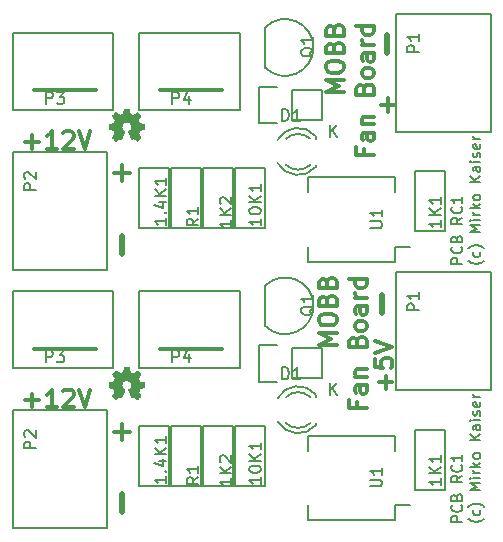
<source format=gbr>
G04 #@! TF.FileFunction,Legend,Top*
%FSLAX46Y46*%
G04 Gerber Fmt 4.6, Leading zero omitted, Abs format (unit mm)*
G04 Created by KiCad (PCBNEW 4.0.4-stable) date 11/28/16 12:21:10*
%MOMM*%
%LPD*%
G01*
G04 APERTURE LIST*
%ADD10C,0.100000*%
%ADD11C,0.200000*%
%ADD12C,0.300000*%
%ADD13C,0.350000*%
%ADD14C,0.500000*%
%ADD15C,0.002540*%
%ADD16C,0.150000*%
G04 APERTURE END LIST*
D10*
D11*
X222282143Y-120395714D02*
X221382143Y-120395714D01*
X221382143Y-120052857D01*
X221425000Y-119967143D01*
X221467857Y-119924286D01*
X221553571Y-119881429D01*
X221682143Y-119881429D01*
X221767857Y-119924286D01*
X221810714Y-119967143D01*
X221853571Y-120052857D01*
X221853571Y-120395714D01*
X222196429Y-118981429D02*
X222239286Y-119024286D01*
X222282143Y-119152857D01*
X222282143Y-119238571D01*
X222239286Y-119367143D01*
X222153571Y-119452857D01*
X222067857Y-119495714D01*
X221896429Y-119538571D01*
X221767857Y-119538571D01*
X221596429Y-119495714D01*
X221510714Y-119452857D01*
X221425000Y-119367143D01*
X221382143Y-119238571D01*
X221382143Y-119152857D01*
X221425000Y-119024286D01*
X221467857Y-118981429D01*
X221810714Y-118295714D02*
X221853571Y-118167143D01*
X221896429Y-118124286D01*
X221982143Y-118081429D01*
X222110714Y-118081429D01*
X222196429Y-118124286D01*
X222239286Y-118167143D01*
X222282143Y-118252857D01*
X222282143Y-118595714D01*
X221382143Y-118595714D01*
X221382143Y-118295714D01*
X221425000Y-118210000D01*
X221467857Y-118167143D01*
X221553571Y-118124286D01*
X221639286Y-118124286D01*
X221725000Y-118167143D01*
X221767857Y-118210000D01*
X221810714Y-118295714D01*
X221810714Y-118595714D01*
X222282143Y-116495715D02*
X221853571Y-116795715D01*
X222282143Y-117010000D02*
X221382143Y-117010000D01*
X221382143Y-116667143D01*
X221425000Y-116581429D01*
X221467857Y-116538572D01*
X221553571Y-116495715D01*
X221682143Y-116495715D01*
X221767857Y-116538572D01*
X221810714Y-116581429D01*
X221853571Y-116667143D01*
X221853571Y-117010000D01*
X222196429Y-115595715D02*
X222239286Y-115638572D01*
X222282143Y-115767143D01*
X222282143Y-115852857D01*
X222239286Y-115981429D01*
X222153571Y-116067143D01*
X222067857Y-116110000D01*
X221896429Y-116152857D01*
X221767857Y-116152857D01*
X221596429Y-116110000D01*
X221510714Y-116067143D01*
X221425000Y-115981429D01*
X221382143Y-115852857D01*
X221382143Y-115767143D01*
X221425000Y-115638572D01*
X221467857Y-115595715D01*
X222282143Y-114738572D02*
X222282143Y-115252857D01*
X222282143Y-114995715D02*
X221382143Y-114995715D01*
X221510714Y-115081429D01*
X221596429Y-115167143D01*
X221639286Y-115252857D01*
X224175000Y-120138571D02*
X224132143Y-120181429D01*
X224003571Y-120267143D01*
X223917857Y-120310000D01*
X223789286Y-120352857D01*
X223575000Y-120395714D01*
X223403571Y-120395714D01*
X223189286Y-120352857D01*
X223060714Y-120310000D01*
X222975000Y-120267143D01*
X222846429Y-120181429D01*
X222803571Y-120138571D01*
X223789286Y-119410000D02*
X223832143Y-119495714D01*
X223832143Y-119667143D01*
X223789286Y-119752857D01*
X223746429Y-119795714D01*
X223660714Y-119838571D01*
X223403571Y-119838571D01*
X223317857Y-119795714D01*
X223275000Y-119752857D01*
X223232143Y-119667143D01*
X223232143Y-119495714D01*
X223275000Y-119410000D01*
X224175000Y-119110000D02*
X224132143Y-119067142D01*
X224003571Y-118981428D01*
X223917857Y-118938571D01*
X223789286Y-118895714D01*
X223575000Y-118852857D01*
X223403571Y-118852857D01*
X223189286Y-118895714D01*
X223060714Y-118938571D01*
X222975000Y-118981428D01*
X222846429Y-119067142D01*
X222803571Y-119110000D01*
X223832143Y-117738571D02*
X222932143Y-117738571D01*
X223575000Y-117438571D01*
X222932143Y-117138571D01*
X223832143Y-117138571D01*
X223832143Y-116710000D02*
X223232143Y-116710000D01*
X222932143Y-116710000D02*
X222975000Y-116752857D01*
X223017857Y-116710000D01*
X222975000Y-116667143D01*
X222932143Y-116710000D01*
X223017857Y-116710000D01*
X223832143Y-116281429D02*
X223232143Y-116281429D01*
X223403571Y-116281429D02*
X223317857Y-116238572D01*
X223275000Y-116195715D01*
X223232143Y-116110001D01*
X223232143Y-116024286D01*
X223832143Y-115724286D02*
X222932143Y-115724286D01*
X223489286Y-115638572D02*
X223832143Y-115381429D01*
X223232143Y-115381429D02*
X223575000Y-115724286D01*
X223832143Y-114867144D02*
X223789286Y-114952858D01*
X223746429Y-114995715D01*
X223660714Y-115038572D01*
X223403571Y-115038572D01*
X223317857Y-114995715D01*
X223275000Y-114952858D01*
X223232143Y-114867144D01*
X223232143Y-114738572D01*
X223275000Y-114652858D01*
X223317857Y-114610001D01*
X223403571Y-114567144D01*
X223660714Y-114567144D01*
X223746429Y-114610001D01*
X223789286Y-114652858D01*
X223832143Y-114738572D01*
X223832143Y-114867144D01*
X223832143Y-113495715D02*
X222932143Y-113495715D01*
X223832143Y-112981430D02*
X223317857Y-113367144D01*
X222932143Y-112981430D02*
X223446429Y-113495715D01*
X223832143Y-112210001D02*
X223360714Y-112210001D01*
X223275000Y-112252858D01*
X223232143Y-112338572D01*
X223232143Y-112510001D01*
X223275000Y-112595715D01*
X223789286Y-112210001D02*
X223832143Y-112295715D01*
X223832143Y-112510001D01*
X223789286Y-112595715D01*
X223703571Y-112638572D01*
X223617857Y-112638572D01*
X223532143Y-112595715D01*
X223489286Y-112510001D01*
X223489286Y-112295715D01*
X223446429Y-112210001D01*
X223832143Y-111781429D02*
X223232143Y-111781429D01*
X222932143Y-111781429D02*
X222975000Y-111824286D01*
X223017857Y-111781429D01*
X222975000Y-111738572D01*
X222932143Y-111781429D01*
X223017857Y-111781429D01*
X223789286Y-111395715D02*
X223832143Y-111310001D01*
X223832143Y-111138573D01*
X223789286Y-111052858D01*
X223703571Y-111010001D01*
X223660714Y-111010001D01*
X223575000Y-111052858D01*
X223532143Y-111138573D01*
X223532143Y-111267144D01*
X223489286Y-111352858D01*
X223403571Y-111395715D01*
X223360714Y-111395715D01*
X223275000Y-111352858D01*
X223232143Y-111267144D01*
X223232143Y-111138573D01*
X223275000Y-111052858D01*
X223789286Y-110281430D02*
X223832143Y-110367144D01*
X223832143Y-110538573D01*
X223789286Y-110624287D01*
X223703571Y-110667144D01*
X223360714Y-110667144D01*
X223275000Y-110624287D01*
X223232143Y-110538573D01*
X223232143Y-110367144D01*
X223275000Y-110281430D01*
X223360714Y-110238573D01*
X223446429Y-110238573D01*
X223532143Y-110667144D01*
X223832143Y-109852858D02*
X223232143Y-109852858D01*
X223403571Y-109852858D02*
X223317857Y-109810001D01*
X223275000Y-109767144D01*
X223232143Y-109681430D01*
X223232143Y-109595715D01*
D12*
X212253571Y-105878572D02*
X210753571Y-105878572D01*
X211825000Y-105378572D01*
X210753571Y-104878572D01*
X212253571Y-104878572D01*
X210753571Y-103878572D02*
X210753571Y-103592858D01*
X210825000Y-103450000D01*
X210967857Y-103307143D01*
X211253571Y-103235715D01*
X211753571Y-103235715D01*
X212039286Y-103307143D01*
X212182143Y-103450000D01*
X212253571Y-103592858D01*
X212253571Y-103878572D01*
X212182143Y-104021429D01*
X212039286Y-104164286D01*
X211753571Y-104235715D01*
X211253571Y-104235715D01*
X210967857Y-104164286D01*
X210825000Y-104021429D01*
X210753571Y-103878572D01*
X211467857Y-102092857D02*
X211539286Y-101878571D01*
X211610714Y-101807143D01*
X211753571Y-101735714D01*
X211967857Y-101735714D01*
X212110714Y-101807143D01*
X212182143Y-101878571D01*
X212253571Y-102021429D01*
X212253571Y-102592857D01*
X210753571Y-102592857D01*
X210753571Y-102092857D01*
X210825000Y-101950000D01*
X210896429Y-101878571D01*
X211039286Y-101807143D01*
X211182143Y-101807143D01*
X211325000Y-101878571D01*
X211396429Y-101950000D01*
X211467857Y-102092857D01*
X211467857Y-102592857D01*
X211467857Y-100592857D02*
X211539286Y-100378571D01*
X211610714Y-100307143D01*
X211753571Y-100235714D01*
X211967857Y-100235714D01*
X212110714Y-100307143D01*
X212182143Y-100378571D01*
X212253571Y-100521429D01*
X212253571Y-101092857D01*
X210753571Y-101092857D01*
X210753571Y-100592857D01*
X210825000Y-100450000D01*
X210896429Y-100378571D01*
X211039286Y-100307143D01*
X211182143Y-100307143D01*
X211325000Y-100378571D01*
X211396429Y-100450000D01*
X211467857Y-100592857D01*
X211467857Y-101092857D01*
X214017857Y-110735714D02*
X214017857Y-111235714D01*
X214803571Y-111235714D02*
X213303571Y-111235714D01*
X213303571Y-110521428D01*
X214803571Y-109307143D02*
X214017857Y-109307143D01*
X213875000Y-109378572D01*
X213803571Y-109521429D01*
X213803571Y-109807143D01*
X213875000Y-109950000D01*
X214732143Y-109307143D02*
X214803571Y-109450000D01*
X214803571Y-109807143D01*
X214732143Y-109950000D01*
X214589286Y-110021429D01*
X214446429Y-110021429D01*
X214303571Y-109950000D01*
X214232143Y-109807143D01*
X214232143Y-109450000D01*
X214160714Y-109307143D01*
X213803571Y-108592857D02*
X214803571Y-108592857D01*
X213946429Y-108592857D02*
X213875000Y-108521429D01*
X213803571Y-108378571D01*
X213803571Y-108164286D01*
X213875000Y-108021429D01*
X214017857Y-107950000D01*
X214803571Y-107950000D01*
X214017857Y-105592857D02*
X214089286Y-105378571D01*
X214160714Y-105307143D01*
X214303571Y-105235714D01*
X214517857Y-105235714D01*
X214660714Y-105307143D01*
X214732143Y-105378571D01*
X214803571Y-105521429D01*
X214803571Y-106092857D01*
X213303571Y-106092857D01*
X213303571Y-105592857D01*
X213375000Y-105450000D01*
X213446429Y-105378571D01*
X213589286Y-105307143D01*
X213732143Y-105307143D01*
X213875000Y-105378571D01*
X213946429Y-105450000D01*
X214017857Y-105592857D01*
X214017857Y-106092857D01*
X214803571Y-104378571D02*
X214732143Y-104521429D01*
X214660714Y-104592857D01*
X214517857Y-104664286D01*
X214089286Y-104664286D01*
X213946429Y-104592857D01*
X213875000Y-104521429D01*
X213803571Y-104378571D01*
X213803571Y-104164286D01*
X213875000Y-104021429D01*
X213946429Y-103950000D01*
X214089286Y-103878571D01*
X214517857Y-103878571D01*
X214660714Y-103950000D01*
X214732143Y-104021429D01*
X214803571Y-104164286D01*
X214803571Y-104378571D01*
X214803571Y-102592857D02*
X214017857Y-102592857D01*
X213875000Y-102664286D01*
X213803571Y-102807143D01*
X213803571Y-103092857D01*
X213875000Y-103235714D01*
X214732143Y-102592857D02*
X214803571Y-102735714D01*
X214803571Y-103092857D01*
X214732143Y-103235714D01*
X214589286Y-103307143D01*
X214446429Y-103307143D01*
X214303571Y-103235714D01*
X214232143Y-103092857D01*
X214232143Y-102735714D01*
X214160714Y-102592857D01*
X214803571Y-101878571D02*
X213803571Y-101878571D01*
X214089286Y-101878571D02*
X213946429Y-101807143D01*
X213875000Y-101735714D01*
X213803571Y-101592857D01*
X213803571Y-101450000D01*
X214803571Y-100307143D02*
X213303571Y-100307143D01*
X214732143Y-100307143D02*
X214803571Y-100450000D01*
X214803571Y-100735714D01*
X214732143Y-100878572D01*
X214660714Y-100950000D01*
X214517857Y-101021429D01*
X214089286Y-101021429D01*
X213946429Y-100950000D01*
X213875000Y-100878572D01*
X213803571Y-100735714D01*
X213803571Y-100450000D01*
X213875000Y-100307143D01*
D13*
X192814286Y-112758571D02*
X194185715Y-112758571D01*
X193500001Y-113444286D02*
X193500001Y-112072857D01*
D14*
X193492857Y-119566905D02*
X193492857Y-118043095D01*
D12*
X215997143Y-107521428D02*
X215997143Y-106378571D01*
X216568571Y-106950000D02*
X215425714Y-106950000D01*
D14*
X215922857Y-101018095D02*
X215922857Y-102541905D01*
D12*
X185317144Y-110117143D02*
X186460001Y-110117143D01*
X185888572Y-110688571D02*
X185888572Y-109545714D01*
X187960001Y-110688571D02*
X187102858Y-110688571D01*
X187531430Y-110688571D02*
X187531430Y-109188571D01*
X187388573Y-109402857D01*
X187245715Y-109545714D01*
X187102858Y-109617143D01*
X188531429Y-109331429D02*
X188602858Y-109260000D01*
X188745715Y-109188571D01*
X189102858Y-109188571D01*
X189245715Y-109260000D01*
X189317144Y-109331429D01*
X189388572Y-109474286D01*
X189388572Y-109617143D01*
X189317144Y-109831429D01*
X188460001Y-110688571D01*
X189388572Y-110688571D01*
X189817143Y-109188571D02*
X190317143Y-110688571D01*
X190817143Y-109188571D01*
X185317144Y-131987143D02*
X186460001Y-131987143D01*
X185888572Y-132558571D02*
X185888572Y-131415714D01*
X187960001Y-132558571D02*
X187102858Y-132558571D01*
X187531430Y-132558571D02*
X187531430Y-131058571D01*
X187388573Y-131272857D01*
X187245715Y-131415714D01*
X187102858Y-131487143D01*
X188531429Y-131201429D02*
X188602858Y-131130000D01*
X188745715Y-131058571D01*
X189102858Y-131058571D01*
X189245715Y-131130000D01*
X189317144Y-131201429D01*
X189388572Y-131344286D01*
X189388572Y-131487143D01*
X189317144Y-131701429D01*
X188460001Y-132558571D01*
X189388572Y-132558571D01*
X189817143Y-131058571D02*
X190317143Y-132558571D01*
X190817143Y-131058571D01*
D11*
X222282143Y-142260714D02*
X221382143Y-142260714D01*
X221382143Y-141917857D01*
X221425000Y-141832143D01*
X221467857Y-141789286D01*
X221553571Y-141746429D01*
X221682143Y-141746429D01*
X221767857Y-141789286D01*
X221810714Y-141832143D01*
X221853571Y-141917857D01*
X221853571Y-142260714D01*
X222196429Y-140846429D02*
X222239286Y-140889286D01*
X222282143Y-141017857D01*
X222282143Y-141103571D01*
X222239286Y-141232143D01*
X222153571Y-141317857D01*
X222067857Y-141360714D01*
X221896429Y-141403571D01*
X221767857Y-141403571D01*
X221596429Y-141360714D01*
X221510714Y-141317857D01*
X221425000Y-141232143D01*
X221382143Y-141103571D01*
X221382143Y-141017857D01*
X221425000Y-140889286D01*
X221467857Y-140846429D01*
X221810714Y-140160714D02*
X221853571Y-140032143D01*
X221896429Y-139989286D01*
X221982143Y-139946429D01*
X222110714Y-139946429D01*
X222196429Y-139989286D01*
X222239286Y-140032143D01*
X222282143Y-140117857D01*
X222282143Y-140460714D01*
X221382143Y-140460714D01*
X221382143Y-140160714D01*
X221425000Y-140075000D01*
X221467857Y-140032143D01*
X221553571Y-139989286D01*
X221639286Y-139989286D01*
X221725000Y-140032143D01*
X221767857Y-140075000D01*
X221810714Y-140160714D01*
X221810714Y-140460714D01*
X222282143Y-138360715D02*
X221853571Y-138660715D01*
X222282143Y-138875000D02*
X221382143Y-138875000D01*
X221382143Y-138532143D01*
X221425000Y-138446429D01*
X221467857Y-138403572D01*
X221553571Y-138360715D01*
X221682143Y-138360715D01*
X221767857Y-138403572D01*
X221810714Y-138446429D01*
X221853571Y-138532143D01*
X221853571Y-138875000D01*
X222196429Y-137460715D02*
X222239286Y-137503572D01*
X222282143Y-137632143D01*
X222282143Y-137717857D01*
X222239286Y-137846429D01*
X222153571Y-137932143D01*
X222067857Y-137975000D01*
X221896429Y-138017857D01*
X221767857Y-138017857D01*
X221596429Y-137975000D01*
X221510714Y-137932143D01*
X221425000Y-137846429D01*
X221382143Y-137717857D01*
X221382143Y-137632143D01*
X221425000Y-137503572D01*
X221467857Y-137460715D01*
X222282143Y-136603572D02*
X222282143Y-137117857D01*
X222282143Y-136860715D02*
X221382143Y-136860715D01*
X221510714Y-136946429D01*
X221596429Y-137032143D01*
X221639286Y-137117857D01*
X224175000Y-142003571D02*
X224132143Y-142046429D01*
X224003571Y-142132143D01*
X223917857Y-142175000D01*
X223789286Y-142217857D01*
X223575000Y-142260714D01*
X223403571Y-142260714D01*
X223189286Y-142217857D01*
X223060714Y-142175000D01*
X222975000Y-142132143D01*
X222846429Y-142046429D01*
X222803571Y-142003571D01*
X223789286Y-141275000D02*
X223832143Y-141360714D01*
X223832143Y-141532143D01*
X223789286Y-141617857D01*
X223746429Y-141660714D01*
X223660714Y-141703571D01*
X223403571Y-141703571D01*
X223317857Y-141660714D01*
X223275000Y-141617857D01*
X223232143Y-141532143D01*
X223232143Y-141360714D01*
X223275000Y-141275000D01*
X224175000Y-140975000D02*
X224132143Y-140932142D01*
X224003571Y-140846428D01*
X223917857Y-140803571D01*
X223789286Y-140760714D01*
X223575000Y-140717857D01*
X223403571Y-140717857D01*
X223189286Y-140760714D01*
X223060714Y-140803571D01*
X222975000Y-140846428D01*
X222846429Y-140932142D01*
X222803571Y-140975000D01*
X223832143Y-139603571D02*
X222932143Y-139603571D01*
X223575000Y-139303571D01*
X222932143Y-139003571D01*
X223832143Y-139003571D01*
X223832143Y-138575000D02*
X223232143Y-138575000D01*
X222932143Y-138575000D02*
X222975000Y-138617857D01*
X223017857Y-138575000D01*
X222975000Y-138532143D01*
X222932143Y-138575000D01*
X223017857Y-138575000D01*
X223832143Y-138146429D02*
X223232143Y-138146429D01*
X223403571Y-138146429D02*
X223317857Y-138103572D01*
X223275000Y-138060715D01*
X223232143Y-137975001D01*
X223232143Y-137889286D01*
X223832143Y-137589286D02*
X222932143Y-137589286D01*
X223489286Y-137503572D02*
X223832143Y-137246429D01*
X223232143Y-137246429D02*
X223575000Y-137589286D01*
X223832143Y-136732144D02*
X223789286Y-136817858D01*
X223746429Y-136860715D01*
X223660714Y-136903572D01*
X223403571Y-136903572D01*
X223317857Y-136860715D01*
X223275000Y-136817858D01*
X223232143Y-136732144D01*
X223232143Y-136603572D01*
X223275000Y-136517858D01*
X223317857Y-136475001D01*
X223403571Y-136432144D01*
X223660714Y-136432144D01*
X223746429Y-136475001D01*
X223789286Y-136517858D01*
X223832143Y-136603572D01*
X223832143Y-136732144D01*
X223832143Y-135360715D02*
X222932143Y-135360715D01*
X223832143Y-134846430D02*
X223317857Y-135232144D01*
X222932143Y-134846430D02*
X223446429Y-135360715D01*
X223832143Y-134075001D02*
X223360714Y-134075001D01*
X223275000Y-134117858D01*
X223232143Y-134203572D01*
X223232143Y-134375001D01*
X223275000Y-134460715D01*
X223789286Y-134075001D02*
X223832143Y-134160715D01*
X223832143Y-134375001D01*
X223789286Y-134460715D01*
X223703571Y-134503572D01*
X223617857Y-134503572D01*
X223532143Y-134460715D01*
X223489286Y-134375001D01*
X223489286Y-134160715D01*
X223446429Y-134075001D01*
X223832143Y-133646429D02*
X223232143Y-133646429D01*
X222932143Y-133646429D02*
X222975000Y-133689286D01*
X223017857Y-133646429D01*
X222975000Y-133603572D01*
X222932143Y-133646429D01*
X223017857Y-133646429D01*
X223789286Y-133260715D02*
X223832143Y-133175001D01*
X223832143Y-133003573D01*
X223789286Y-132917858D01*
X223703571Y-132875001D01*
X223660714Y-132875001D01*
X223575000Y-132917858D01*
X223532143Y-133003573D01*
X223532143Y-133132144D01*
X223489286Y-133217858D01*
X223403571Y-133260715D01*
X223360714Y-133260715D01*
X223275000Y-133217858D01*
X223232143Y-133132144D01*
X223232143Y-133003573D01*
X223275000Y-132917858D01*
X223789286Y-132146430D02*
X223832143Y-132232144D01*
X223832143Y-132403573D01*
X223789286Y-132489287D01*
X223703571Y-132532144D01*
X223360714Y-132532144D01*
X223275000Y-132489287D01*
X223232143Y-132403573D01*
X223232143Y-132232144D01*
X223275000Y-132146430D01*
X223360714Y-132103573D01*
X223446429Y-132103573D01*
X223532143Y-132532144D01*
X223832143Y-131717858D02*
X223232143Y-131717858D01*
X223403571Y-131717858D02*
X223317857Y-131675001D01*
X223275000Y-131632144D01*
X223232143Y-131546430D01*
X223232143Y-131460715D01*
D12*
X211653571Y-127278572D02*
X210153571Y-127278572D01*
X211225000Y-126778572D01*
X210153571Y-126278572D01*
X211653571Y-126278572D01*
X210153571Y-125278572D02*
X210153571Y-124992858D01*
X210225000Y-124850000D01*
X210367857Y-124707143D01*
X210653571Y-124635715D01*
X211153571Y-124635715D01*
X211439286Y-124707143D01*
X211582143Y-124850000D01*
X211653571Y-124992858D01*
X211653571Y-125278572D01*
X211582143Y-125421429D01*
X211439286Y-125564286D01*
X211153571Y-125635715D01*
X210653571Y-125635715D01*
X210367857Y-125564286D01*
X210225000Y-125421429D01*
X210153571Y-125278572D01*
X210867857Y-123492857D02*
X210939286Y-123278571D01*
X211010714Y-123207143D01*
X211153571Y-123135714D01*
X211367857Y-123135714D01*
X211510714Y-123207143D01*
X211582143Y-123278571D01*
X211653571Y-123421429D01*
X211653571Y-123992857D01*
X210153571Y-123992857D01*
X210153571Y-123492857D01*
X210225000Y-123350000D01*
X210296429Y-123278571D01*
X210439286Y-123207143D01*
X210582143Y-123207143D01*
X210725000Y-123278571D01*
X210796429Y-123350000D01*
X210867857Y-123492857D01*
X210867857Y-123992857D01*
X210867857Y-121992857D02*
X210939286Y-121778571D01*
X211010714Y-121707143D01*
X211153571Y-121635714D01*
X211367857Y-121635714D01*
X211510714Y-121707143D01*
X211582143Y-121778571D01*
X211653571Y-121921429D01*
X211653571Y-122492857D01*
X210153571Y-122492857D01*
X210153571Y-121992857D01*
X210225000Y-121850000D01*
X210296429Y-121778571D01*
X210439286Y-121707143D01*
X210582143Y-121707143D01*
X210725000Y-121778571D01*
X210796429Y-121850000D01*
X210867857Y-121992857D01*
X210867857Y-122492857D01*
X213417857Y-132135714D02*
X213417857Y-132635714D01*
X214203571Y-132635714D02*
X212703571Y-132635714D01*
X212703571Y-131921428D01*
X214203571Y-130707143D02*
X213417857Y-130707143D01*
X213275000Y-130778572D01*
X213203571Y-130921429D01*
X213203571Y-131207143D01*
X213275000Y-131350000D01*
X214132143Y-130707143D02*
X214203571Y-130850000D01*
X214203571Y-131207143D01*
X214132143Y-131350000D01*
X213989286Y-131421429D01*
X213846429Y-131421429D01*
X213703571Y-131350000D01*
X213632143Y-131207143D01*
X213632143Y-130850000D01*
X213560714Y-130707143D01*
X213203571Y-129992857D02*
X214203571Y-129992857D01*
X213346429Y-129992857D02*
X213275000Y-129921429D01*
X213203571Y-129778571D01*
X213203571Y-129564286D01*
X213275000Y-129421429D01*
X213417857Y-129350000D01*
X214203571Y-129350000D01*
X213417857Y-126992857D02*
X213489286Y-126778571D01*
X213560714Y-126707143D01*
X213703571Y-126635714D01*
X213917857Y-126635714D01*
X214060714Y-126707143D01*
X214132143Y-126778571D01*
X214203571Y-126921429D01*
X214203571Y-127492857D01*
X212703571Y-127492857D01*
X212703571Y-126992857D01*
X212775000Y-126850000D01*
X212846429Y-126778571D01*
X212989286Y-126707143D01*
X213132143Y-126707143D01*
X213275000Y-126778571D01*
X213346429Y-126850000D01*
X213417857Y-126992857D01*
X213417857Y-127492857D01*
X214203571Y-125778571D02*
X214132143Y-125921429D01*
X214060714Y-125992857D01*
X213917857Y-126064286D01*
X213489286Y-126064286D01*
X213346429Y-125992857D01*
X213275000Y-125921429D01*
X213203571Y-125778571D01*
X213203571Y-125564286D01*
X213275000Y-125421429D01*
X213346429Y-125350000D01*
X213489286Y-125278571D01*
X213917857Y-125278571D01*
X214060714Y-125350000D01*
X214132143Y-125421429D01*
X214203571Y-125564286D01*
X214203571Y-125778571D01*
X214203571Y-123992857D02*
X213417857Y-123992857D01*
X213275000Y-124064286D01*
X213203571Y-124207143D01*
X213203571Y-124492857D01*
X213275000Y-124635714D01*
X214132143Y-123992857D02*
X214203571Y-124135714D01*
X214203571Y-124492857D01*
X214132143Y-124635714D01*
X213989286Y-124707143D01*
X213846429Y-124707143D01*
X213703571Y-124635714D01*
X213632143Y-124492857D01*
X213632143Y-124135714D01*
X213560714Y-123992857D01*
X214203571Y-123278571D02*
X213203571Y-123278571D01*
X213489286Y-123278571D02*
X213346429Y-123207143D01*
X213275000Y-123135714D01*
X213203571Y-122992857D01*
X213203571Y-122850000D01*
X214203571Y-121707143D02*
X212703571Y-121707143D01*
X214132143Y-121707143D02*
X214203571Y-121850000D01*
X214203571Y-122135714D01*
X214132143Y-122278572D01*
X214060714Y-122350000D01*
X213917857Y-122421429D01*
X213489286Y-122421429D01*
X213346429Y-122350000D01*
X213275000Y-122278572D01*
X213203571Y-122135714D01*
X213203571Y-121850000D01*
X213275000Y-121707143D01*
D14*
X215542857Y-123038095D02*
X215542857Y-124561905D01*
D12*
X215807143Y-131028571D02*
X215807143Y-129885714D01*
X216378571Y-130457143D02*
X215235714Y-130457143D01*
X214878571Y-128457142D02*
X214878571Y-129171428D01*
X215592857Y-129242857D01*
X215521429Y-129171428D01*
X215450000Y-129028571D01*
X215450000Y-128671428D01*
X215521429Y-128528571D01*
X215592857Y-128457142D01*
X215735714Y-128385714D01*
X216092857Y-128385714D01*
X216235714Y-128457142D01*
X216307143Y-128528571D01*
X216378571Y-128671428D01*
X216378571Y-129028571D01*
X216307143Y-129171428D01*
X216235714Y-129242857D01*
X214878571Y-127957143D02*
X216378571Y-127457143D01*
X214878571Y-126957143D01*
D14*
X193492857Y-141436905D02*
X193492857Y-139913095D01*
D13*
X192814286Y-134628571D02*
X194185715Y-134628571D01*
X193500001Y-135314286D02*
X193500001Y-133942857D01*
D15*
G36*
X192940680Y-109986200D02*
X192958460Y-109978580D01*
X192991480Y-109955720D01*
X193042280Y-109922700D01*
X193100700Y-109884600D01*
X193161660Y-109843960D01*
X193209920Y-109810940D01*
X193245480Y-109788080D01*
X193258180Y-109780460D01*
X193265800Y-109783000D01*
X193293740Y-109798240D01*
X193334380Y-109818560D01*
X193359780Y-109831260D01*
X193397880Y-109846500D01*
X193415660Y-109851580D01*
X193418200Y-109846500D01*
X193433440Y-109816020D01*
X193453760Y-109767760D01*
X193481700Y-109701720D01*
X193514720Y-109625520D01*
X193550280Y-109544240D01*
X193583300Y-109460420D01*
X193616320Y-109381680D01*
X193646800Y-109308020D01*
X193669660Y-109249600D01*
X193684900Y-109208960D01*
X193692520Y-109191180D01*
X193689980Y-109188640D01*
X193672200Y-109170860D01*
X193639180Y-109145460D01*
X193568060Y-109087040D01*
X193496940Y-109000680D01*
X193453760Y-108901620D01*
X193441060Y-108789860D01*
X193451220Y-108688260D01*
X193491860Y-108591740D01*
X193560440Y-108502840D01*
X193644260Y-108436800D01*
X193740780Y-108396160D01*
X193850000Y-108383460D01*
X193954140Y-108393620D01*
X194053200Y-108434260D01*
X194142100Y-108500300D01*
X194180200Y-108543480D01*
X194231000Y-108634920D01*
X194261480Y-108728900D01*
X194264020Y-108751760D01*
X194258940Y-108858440D01*
X194228460Y-108960040D01*
X194172580Y-109048940D01*
X194096380Y-109122600D01*
X194086220Y-109130220D01*
X194050660Y-109158160D01*
X194025260Y-109175940D01*
X194007480Y-109191180D01*
X194142100Y-109513760D01*
X194162420Y-109564560D01*
X194200520Y-109653460D01*
X194231000Y-109729660D01*
X194258940Y-109790620D01*
X194276720Y-109831260D01*
X194284340Y-109846500D01*
X194284340Y-109846500D01*
X194297040Y-109849040D01*
X194319900Y-109841420D01*
X194365620Y-109818560D01*
X194396100Y-109803320D01*
X194429120Y-109788080D01*
X194444360Y-109780460D01*
X194459600Y-109788080D01*
X194492620Y-109808400D01*
X194538340Y-109841420D01*
X194596760Y-109879520D01*
X194652640Y-109917620D01*
X194703440Y-109950640D01*
X194739000Y-109976040D01*
X194756780Y-109983660D01*
X194759320Y-109983660D01*
X194777100Y-109976040D01*
X194805040Y-109950640D01*
X194848220Y-109910000D01*
X194911720Y-109849040D01*
X194921880Y-109838880D01*
X194972680Y-109788080D01*
X195013320Y-109742360D01*
X195041260Y-109711880D01*
X195051420Y-109699180D01*
X195051420Y-109699180D01*
X195041260Y-109681400D01*
X195018400Y-109643300D01*
X194985380Y-109592500D01*
X194944740Y-109531540D01*
X194838060Y-109376600D01*
X194896480Y-109231820D01*
X194914260Y-109186100D01*
X194937120Y-109130220D01*
X194954900Y-109092120D01*
X194962520Y-109074340D01*
X194980300Y-109069260D01*
X195018400Y-109059100D01*
X195076820Y-109048940D01*
X195147940Y-109036240D01*
X195213980Y-109023540D01*
X195272400Y-109010840D01*
X195315580Y-109003220D01*
X195335900Y-109000680D01*
X195340980Y-108995600D01*
X195343520Y-108987980D01*
X195346060Y-108967660D01*
X195348600Y-108929560D01*
X195348600Y-108873680D01*
X195348600Y-108789860D01*
X195348600Y-108782240D01*
X195348600Y-108703500D01*
X195346060Y-108640000D01*
X195343520Y-108601900D01*
X195340980Y-108584120D01*
X195340980Y-108584120D01*
X195323200Y-108579040D01*
X195280020Y-108571420D01*
X195221600Y-108558720D01*
X195150480Y-108546020D01*
X195145400Y-108546020D01*
X195074280Y-108530780D01*
X195015860Y-108518080D01*
X194972680Y-108510460D01*
X194954900Y-108502840D01*
X194952360Y-108497760D01*
X194937120Y-108469820D01*
X194916800Y-108426640D01*
X194893940Y-108373300D01*
X194871080Y-108317420D01*
X194850760Y-108266620D01*
X194838060Y-108231060D01*
X194832980Y-108213280D01*
X194832980Y-108213280D01*
X194843140Y-108195500D01*
X194868540Y-108159940D01*
X194904100Y-108109140D01*
X194944740Y-108048180D01*
X194947280Y-108043100D01*
X194987920Y-107982140D01*
X195020940Y-107931340D01*
X195043800Y-107895780D01*
X195051420Y-107880540D01*
X195051420Y-107878000D01*
X195038720Y-107860220D01*
X195008240Y-107827200D01*
X194962520Y-107781480D01*
X194911720Y-107728140D01*
X194893940Y-107712900D01*
X194835520Y-107654480D01*
X194794880Y-107618920D01*
X194769480Y-107598600D01*
X194759320Y-107593520D01*
X194756780Y-107593520D01*
X194739000Y-107603680D01*
X194700900Y-107629080D01*
X194650100Y-107664640D01*
X194589140Y-107705280D01*
X194586600Y-107707820D01*
X194525640Y-107748460D01*
X194474840Y-107784020D01*
X194439280Y-107806880D01*
X194424040Y-107814500D01*
X194421500Y-107814500D01*
X194398640Y-107809420D01*
X194355460Y-107794180D01*
X194302120Y-107773860D01*
X194246240Y-107751000D01*
X194195440Y-107730680D01*
X194159880Y-107712900D01*
X194142100Y-107702740D01*
X194139560Y-107702740D01*
X194134480Y-107679880D01*
X194124320Y-107634160D01*
X194111620Y-107573200D01*
X194096380Y-107499540D01*
X194093840Y-107489380D01*
X194081140Y-107415720D01*
X194070980Y-107357300D01*
X194060820Y-107316660D01*
X194058280Y-107298880D01*
X194048120Y-107298880D01*
X194012560Y-107296340D01*
X193959220Y-107293800D01*
X193893180Y-107293800D01*
X193827140Y-107293800D01*
X193761100Y-107293800D01*
X193705220Y-107296340D01*
X193664580Y-107298880D01*
X193646800Y-107303960D01*
X193646800Y-107303960D01*
X193641720Y-107326820D01*
X193631560Y-107370000D01*
X193618860Y-107433500D01*
X193603620Y-107507160D01*
X193601080Y-107519860D01*
X193588380Y-107590980D01*
X193575680Y-107649400D01*
X193568060Y-107690040D01*
X193562980Y-107705280D01*
X193557900Y-107707820D01*
X193527420Y-107723060D01*
X193479160Y-107740840D01*
X193420740Y-107766240D01*
X193283580Y-107822120D01*
X193115940Y-107705280D01*
X193100700Y-107695120D01*
X193039740Y-107654480D01*
X192988940Y-107621460D01*
X192953380Y-107598600D01*
X192940680Y-107590980D01*
X192938140Y-107590980D01*
X192922900Y-107606220D01*
X192889880Y-107636700D01*
X192844160Y-107682420D01*
X192790820Y-107733220D01*
X192750180Y-107773860D01*
X192704460Y-107819580D01*
X192676520Y-107852600D01*
X192658740Y-107872920D01*
X192653660Y-107885620D01*
X192656200Y-107893240D01*
X192666360Y-107911020D01*
X192691760Y-107946580D01*
X192724780Y-107999920D01*
X192765420Y-108058340D01*
X192800980Y-108109140D01*
X192836540Y-108165020D01*
X192859400Y-108205660D01*
X192869560Y-108223440D01*
X192867020Y-108233600D01*
X192854320Y-108266620D01*
X192834000Y-108314880D01*
X192808600Y-108375840D01*
X192750180Y-108507920D01*
X192663820Y-108525700D01*
X192610480Y-108535860D01*
X192536820Y-108548560D01*
X192465700Y-108563800D01*
X192353940Y-108584120D01*
X192351400Y-108987980D01*
X192369180Y-108995600D01*
X192384420Y-109000680D01*
X192425060Y-109010840D01*
X192483480Y-109021000D01*
X192552060Y-109033700D01*
X192613020Y-109046400D01*
X192671440Y-109056560D01*
X192714620Y-109064180D01*
X192732400Y-109069260D01*
X192737480Y-109074340D01*
X192752720Y-109104820D01*
X192773040Y-109150540D01*
X192795900Y-109203880D01*
X192821300Y-109262300D01*
X192841620Y-109313100D01*
X192856860Y-109353740D01*
X192861940Y-109374060D01*
X192854320Y-109389300D01*
X192831460Y-109424860D01*
X192798440Y-109475660D01*
X192757800Y-109534080D01*
X192717160Y-109592500D01*
X192684140Y-109643300D01*
X192658740Y-109678860D01*
X192651120Y-109696640D01*
X192656200Y-109706800D01*
X192679060Y-109734740D01*
X192722240Y-109780460D01*
X192788280Y-109846500D01*
X192800980Y-109856660D01*
X192851780Y-109907460D01*
X192897500Y-109948100D01*
X192927980Y-109976040D01*
X192940680Y-109986200D01*
X192940680Y-109986200D01*
G37*
X192940680Y-109986200D02*
X192958460Y-109978580D01*
X192991480Y-109955720D01*
X193042280Y-109922700D01*
X193100700Y-109884600D01*
X193161660Y-109843960D01*
X193209920Y-109810940D01*
X193245480Y-109788080D01*
X193258180Y-109780460D01*
X193265800Y-109783000D01*
X193293740Y-109798240D01*
X193334380Y-109818560D01*
X193359780Y-109831260D01*
X193397880Y-109846500D01*
X193415660Y-109851580D01*
X193418200Y-109846500D01*
X193433440Y-109816020D01*
X193453760Y-109767760D01*
X193481700Y-109701720D01*
X193514720Y-109625520D01*
X193550280Y-109544240D01*
X193583300Y-109460420D01*
X193616320Y-109381680D01*
X193646800Y-109308020D01*
X193669660Y-109249600D01*
X193684900Y-109208960D01*
X193692520Y-109191180D01*
X193689980Y-109188640D01*
X193672200Y-109170860D01*
X193639180Y-109145460D01*
X193568060Y-109087040D01*
X193496940Y-109000680D01*
X193453760Y-108901620D01*
X193441060Y-108789860D01*
X193451220Y-108688260D01*
X193491860Y-108591740D01*
X193560440Y-108502840D01*
X193644260Y-108436800D01*
X193740780Y-108396160D01*
X193850000Y-108383460D01*
X193954140Y-108393620D01*
X194053200Y-108434260D01*
X194142100Y-108500300D01*
X194180200Y-108543480D01*
X194231000Y-108634920D01*
X194261480Y-108728900D01*
X194264020Y-108751760D01*
X194258940Y-108858440D01*
X194228460Y-108960040D01*
X194172580Y-109048940D01*
X194096380Y-109122600D01*
X194086220Y-109130220D01*
X194050660Y-109158160D01*
X194025260Y-109175940D01*
X194007480Y-109191180D01*
X194142100Y-109513760D01*
X194162420Y-109564560D01*
X194200520Y-109653460D01*
X194231000Y-109729660D01*
X194258940Y-109790620D01*
X194276720Y-109831260D01*
X194284340Y-109846500D01*
X194284340Y-109846500D01*
X194297040Y-109849040D01*
X194319900Y-109841420D01*
X194365620Y-109818560D01*
X194396100Y-109803320D01*
X194429120Y-109788080D01*
X194444360Y-109780460D01*
X194459600Y-109788080D01*
X194492620Y-109808400D01*
X194538340Y-109841420D01*
X194596760Y-109879520D01*
X194652640Y-109917620D01*
X194703440Y-109950640D01*
X194739000Y-109976040D01*
X194756780Y-109983660D01*
X194759320Y-109983660D01*
X194777100Y-109976040D01*
X194805040Y-109950640D01*
X194848220Y-109910000D01*
X194911720Y-109849040D01*
X194921880Y-109838880D01*
X194972680Y-109788080D01*
X195013320Y-109742360D01*
X195041260Y-109711880D01*
X195051420Y-109699180D01*
X195051420Y-109699180D01*
X195041260Y-109681400D01*
X195018400Y-109643300D01*
X194985380Y-109592500D01*
X194944740Y-109531540D01*
X194838060Y-109376600D01*
X194896480Y-109231820D01*
X194914260Y-109186100D01*
X194937120Y-109130220D01*
X194954900Y-109092120D01*
X194962520Y-109074340D01*
X194980300Y-109069260D01*
X195018400Y-109059100D01*
X195076820Y-109048940D01*
X195147940Y-109036240D01*
X195213980Y-109023540D01*
X195272400Y-109010840D01*
X195315580Y-109003220D01*
X195335900Y-109000680D01*
X195340980Y-108995600D01*
X195343520Y-108987980D01*
X195346060Y-108967660D01*
X195348600Y-108929560D01*
X195348600Y-108873680D01*
X195348600Y-108789860D01*
X195348600Y-108782240D01*
X195348600Y-108703500D01*
X195346060Y-108640000D01*
X195343520Y-108601900D01*
X195340980Y-108584120D01*
X195340980Y-108584120D01*
X195323200Y-108579040D01*
X195280020Y-108571420D01*
X195221600Y-108558720D01*
X195150480Y-108546020D01*
X195145400Y-108546020D01*
X195074280Y-108530780D01*
X195015860Y-108518080D01*
X194972680Y-108510460D01*
X194954900Y-108502840D01*
X194952360Y-108497760D01*
X194937120Y-108469820D01*
X194916800Y-108426640D01*
X194893940Y-108373300D01*
X194871080Y-108317420D01*
X194850760Y-108266620D01*
X194838060Y-108231060D01*
X194832980Y-108213280D01*
X194832980Y-108213280D01*
X194843140Y-108195500D01*
X194868540Y-108159940D01*
X194904100Y-108109140D01*
X194944740Y-108048180D01*
X194947280Y-108043100D01*
X194987920Y-107982140D01*
X195020940Y-107931340D01*
X195043800Y-107895780D01*
X195051420Y-107880540D01*
X195051420Y-107878000D01*
X195038720Y-107860220D01*
X195008240Y-107827200D01*
X194962520Y-107781480D01*
X194911720Y-107728140D01*
X194893940Y-107712900D01*
X194835520Y-107654480D01*
X194794880Y-107618920D01*
X194769480Y-107598600D01*
X194759320Y-107593520D01*
X194756780Y-107593520D01*
X194739000Y-107603680D01*
X194700900Y-107629080D01*
X194650100Y-107664640D01*
X194589140Y-107705280D01*
X194586600Y-107707820D01*
X194525640Y-107748460D01*
X194474840Y-107784020D01*
X194439280Y-107806880D01*
X194424040Y-107814500D01*
X194421500Y-107814500D01*
X194398640Y-107809420D01*
X194355460Y-107794180D01*
X194302120Y-107773860D01*
X194246240Y-107751000D01*
X194195440Y-107730680D01*
X194159880Y-107712900D01*
X194142100Y-107702740D01*
X194139560Y-107702740D01*
X194134480Y-107679880D01*
X194124320Y-107634160D01*
X194111620Y-107573200D01*
X194096380Y-107499540D01*
X194093840Y-107489380D01*
X194081140Y-107415720D01*
X194070980Y-107357300D01*
X194060820Y-107316660D01*
X194058280Y-107298880D01*
X194048120Y-107298880D01*
X194012560Y-107296340D01*
X193959220Y-107293800D01*
X193893180Y-107293800D01*
X193827140Y-107293800D01*
X193761100Y-107293800D01*
X193705220Y-107296340D01*
X193664580Y-107298880D01*
X193646800Y-107303960D01*
X193646800Y-107303960D01*
X193641720Y-107326820D01*
X193631560Y-107370000D01*
X193618860Y-107433500D01*
X193603620Y-107507160D01*
X193601080Y-107519860D01*
X193588380Y-107590980D01*
X193575680Y-107649400D01*
X193568060Y-107690040D01*
X193562980Y-107705280D01*
X193557900Y-107707820D01*
X193527420Y-107723060D01*
X193479160Y-107740840D01*
X193420740Y-107766240D01*
X193283580Y-107822120D01*
X193115940Y-107705280D01*
X193100700Y-107695120D01*
X193039740Y-107654480D01*
X192988940Y-107621460D01*
X192953380Y-107598600D01*
X192940680Y-107590980D01*
X192938140Y-107590980D01*
X192922900Y-107606220D01*
X192889880Y-107636700D01*
X192844160Y-107682420D01*
X192790820Y-107733220D01*
X192750180Y-107773860D01*
X192704460Y-107819580D01*
X192676520Y-107852600D01*
X192658740Y-107872920D01*
X192653660Y-107885620D01*
X192656200Y-107893240D01*
X192666360Y-107911020D01*
X192691760Y-107946580D01*
X192724780Y-107999920D01*
X192765420Y-108058340D01*
X192800980Y-108109140D01*
X192836540Y-108165020D01*
X192859400Y-108205660D01*
X192869560Y-108223440D01*
X192867020Y-108233600D01*
X192854320Y-108266620D01*
X192834000Y-108314880D01*
X192808600Y-108375840D01*
X192750180Y-108507920D01*
X192663820Y-108525700D01*
X192610480Y-108535860D01*
X192536820Y-108548560D01*
X192465700Y-108563800D01*
X192353940Y-108584120D01*
X192351400Y-108987980D01*
X192369180Y-108995600D01*
X192384420Y-109000680D01*
X192425060Y-109010840D01*
X192483480Y-109021000D01*
X192552060Y-109033700D01*
X192613020Y-109046400D01*
X192671440Y-109056560D01*
X192714620Y-109064180D01*
X192732400Y-109069260D01*
X192737480Y-109074340D01*
X192752720Y-109104820D01*
X192773040Y-109150540D01*
X192795900Y-109203880D01*
X192821300Y-109262300D01*
X192841620Y-109313100D01*
X192856860Y-109353740D01*
X192861940Y-109374060D01*
X192854320Y-109389300D01*
X192831460Y-109424860D01*
X192798440Y-109475660D01*
X192757800Y-109534080D01*
X192717160Y-109592500D01*
X192684140Y-109643300D01*
X192658740Y-109678860D01*
X192651120Y-109696640D01*
X192656200Y-109706800D01*
X192679060Y-109734740D01*
X192722240Y-109780460D01*
X192788280Y-109846500D01*
X192800980Y-109856660D01*
X192851780Y-109907460D01*
X192897500Y-109948100D01*
X192927980Y-109976040D01*
X192940680Y-109986200D01*
D16*
X197630000Y-117360000D02*
X197630000Y-112280000D01*
X197630000Y-112280000D02*
X200170000Y-112280000D01*
X200170000Y-112280000D02*
X200170000Y-117360000D01*
X200170000Y-117360000D02*
X197630000Y-117360000D01*
X207870000Y-105710000D02*
X210410000Y-105710000D01*
X205050000Y-105430000D02*
X206600000Y-105430000D01*
X207870000Y-105710000D02*
X207870000Y-108250000D01*
X206600000Y-108530000D02*
X205050000Y-108530000D01*
X205050000Y-108530000D02*
X205050000Y-105430000D01*
X207870000Y-108250000D02*
X210410000Y-108250000D01*
X210410000Y-108250000D02*
X210410000Y-105710000D01*
X209899000Y-109616000D02*
X209899000Y-109816000D01*
X209899000Y-112210000D02*
X209899000Y-112030000D01*
X206671256Y-111899643D02*
G75*
G03X209899000Y-112216000I1727744J1003643D01*
G01*
X207346994Y-112029068D02*
G75*
G03X209450000Y-112030000I1052006J1133068D01*
G01*
X209886220Y-109589274D02*
G75*
G03X206649000Y-109936000I-1497220J-1306726D01*
G01*
X209412889Y-109816747D02*
G75*
G03X207365000Y-109836000I-1013889J-1079253D01*
G01*
D12*
X196700000Y-105730000D02*
X201950000Y-105730000D01*
D16*
X203450000Y-104130000D02*
X203450000Y-107380000D01*
X203450000Y-107380000D02*
X194950000Y-107380000D01*
X194950000Y-107380000D02*
X194950000Y-100880000D01*
X194950000Y-100880000D02*
X203450000Y-100880000D01*
X203450000Y-100880000D02*
X203450000Y-104130000D01*
D12*
X186000000Y-105730000D02*
X191250000Y-105730000D01*
D16*
X192750000Y-104130000D02*
X192750000Y-107380000D01*
X192750000Y-107380000D02*
X184250000Y-107380000D01*
X184250000Y-107380000D02*
X184250000Y-100880000D01*
X184250000Y-100880000D02*
X192750000Y-100880000D01*
X192750000Y-100880000D02*
X192750000Y-104130000D01*
X224700000Y-99230000D02*
X216700000Y-99230000D01*
X216700000Y-99230000D02*
X216700000Y-109230000D01*
X216700000Y-109230000D02*
X224700000Y-109230000D01*
X224700000Y-109230000D02*
X224700000Y-104230000D01*
X224700000Y-104230000D02*
X224700000Y-99230000D01*
X192250000Y-110930000D02*
X184250000Y-110930000D01*
X184250000Y-110930000D02*
X184250000Y-120930000D01*
X184250000Y-120930000D02*
X192250000Y-120930000D01*
X192250000Y-120930000D02*
X192250000Y-115930000D01*
X192250000Y-115930000D02*
X192250000Y-110930000D01*
X205600000Y-100400000D02*
X205600000Y-103800000D01*
X205602944Y-100402944D02*
G75*
G02X209700000Y-102100000I1697056J-1697056D01*
G01*
X205602944Y-103797056D02*
G75*
G03X209700000Y-102100000I1697056J1697056D01*
G01*
X203030000Y-117360000D02*
X203030000Y-112280000D01*
X203030000Y-112280000D02*
X205570000Y-112280000D01*
X205570000Y-112280000D02*
X205570000Y-117360000D01*
X205570000Y-117360000D02*
X203030000Y-117360000D01*
X200330000Y-117360000D02*
X200330000Y-112280000D01*
X200330000Y-112280000D02*
X202870000Y-112280000D01*
X202870000Y-112280000D02*
X202870000Y-117360000D01*
X202870000Y-117360000D02*
X200330000Y-117360000D01*
X218280000Y-117660000D02*
X218280000Y-112580000D01*
X218280000Y-112580000D02*
X220820000Y-112580000D01*
X220820000Y-112580000D02*
X220820000Y-117660000D01*
X220820000Y-117660000D02*
X218280000Y-117660000D01*
X197470000Y-112300000D02*
X197470000Y-117380000D01*
X197470000Y-117380000D02*
X194930000Y-117380000D01*
X194930000Y-117380000D02*
X194930000Y-112300000D01*
X194930000Y-112300000D02*
X197470000Y-112300000D01*
X216615000Y-120225000D02*
X216615000Y-118955000D01*
X209265000Y-120225000D02*
X209265000Y-118955000D01*
X209265000Y-113095000D02*
X209265000Y-114365000D01*
X216615000Y-113095000D02*
X216615000Y-114365000D01*
X216615000Y-120225000D02*
X209265000Y-120225000D01*
X216615000Y-113095000D02*
X209265000Y-113095000D01*
X216615000Y-118955000D02*
X217900000Y-118955000D01*
X216615000Y-142095000D02*
X216615000Y-140825000D01*
X209265000Y-142095000D02*
X209265000Y-140825000D01*
X209265000Y-134965000D02*
X209265000Y-136235000D01*
X216615000Y-134965000D02*
X216615000Y-136235000D01*
X216615000Y-142095000D02*
X209265000Y-142095000D01*
X216615000Y-134965000D02*
X209265000Y-134965000D01*
X216615000Y-140825000D02*
X217900000Y-140825000D01*
X197470000Y-134170000D02*
X197470000Y-139250000D01*
X197470000Y-139250000D02*
X194930000Y-139250000D01*
X194930000Y-139250000D02*
X194930000Y-134170000D01*
X194930000Y-134170000D02*
X197470000Y-134170000D01*
X218280000Y-139530000D02*
X218280000Y-134450000D01*
X218280000Y-134450000D02*
X220820000Y-134450000D01*
X220820000Y-134450000D02*
X220820000Y-139530000D01*
X220820000Y-139530000D02*
X218280000Y-139530000D01*
X200330000Y-139230000D02*
X200330000Y-134150000D01*
X200330000Y-134150000D02*
X202870000Y-134150000D01*
X202870000Y-134150000D02*
X202870000Y-139230000D01*
X202870000Y-139230000D02*
X200330000Y-139230000D01*
X203030000Y-139230000D02*
X203030000Y-134150000D01*
X203030000Y-134150000D02*
X205570000Y-134150000D01*
X205570000Y-134150000D02*
X205570000Y-139230000D01*
X205570000Y-139230000D02*
X203030000Y-139230000D01*
X205600000Y-122270000D02*
X205600000Y-125670000D01*
X205602944Y-122272944D02*
G75*
G02X209700000Y-123970000I1697056J-1697056D01*
G01*
X205602944Y-125667056D02*
G75*
G03X209700000Y-123970000I1697056J1697056D01*
G01*
X192250000Y-132800000D02*
X184250000Y-132800000D01*
X184250000Y-132800000D02*
X184250000Y-142800000D01*
X184250000Y-142800000D02*
X192250000Y-142800000D01*
X192250000Y-142800000D02*
X192250000Y-137800000D01*
X192250000Y-137800000D02*
X192250000Y-132800000D01*
X224700000Y-121100000D02*
X216700000Y-121100000D01*
X216700000Y-121100000D02*
X216700000Y-131100000D01*
X216700000Y-131100000D02*
X224700000Y-131100000D01*
X224700000Y-131100000D02*
X224700000Y-126100000D01*
X224700000Y-126100000D02*
X224700000Y-121100000D01*
D12*
X186000000Y-127600000D02*
X191250000Y-127600000D01*
D16*
X192750000Y-126000000D02*
X192750000Y-129250000D01*
X192750000Y-129250000D02*
X184250000Y-129250000D01*
X184250000Y-129250000D02*
X184250000Y-122750000D01*
X184250000Y-122750000D02*
X192750000Y-122750000D01*
X192750000Y-122750000D02*
X192750000Y-126000000D01*
D12*
X196700000Y-127600000D02*
X201950000Y-127600000D01*
D16*
X203450000Y-126000000D02*
X203450000Y-129250000D01*
X203450000Y-129250000D02*
X194950000Y-129250000D01*
X194950000Y-129250000D02*
X194950000Y-122750000D01*
X194950000Y-122750000D02*
X203450000Y-122750000D01*
X203450000Y-122750000D02*
X203450000Y-126000000D01*
X209899000Y-131486000D02*
X209899000Y-131686000D01*
X209899000Y-134080000D02*
X209899000Y-133900000D01*
X206671256Y-133769643D02*
G75*
G03X209899000Y-134086000I1727744J1003643D01*
G01*
X207346994Y-133899068D02*
G75*
G03X209450000Y-133900000I1052006J1133068D01*
G01*
X209886220Y-131459274D02*
G75*
G03X206649000Y-131806000I-1497220J-1306726D01*
G01*
X209412889Y-131686747D02*
G75*
G03X207365000Y-131706000I-1013889J-1079253D01*
G01*
X207870000Y-127580000D02*
X210410000Y-127580000D01*
X205050000Y-127300000D02*
X206600000Y-127300000D01*
X207870000Y-127580000D02*
X207870000Y-130120000D01*
X206600000Y-130400000D02*
X205050000Y-130400000D01*
X205050000Y-130400000D02*
X205050000Y-127300000D01*
X207870000Y-130120000D02*
X210410000Y-130120000D01*
X210410000Y-130120000D02*
X210410000Y-127580000D01*
X197630000Y-139230000D02*
X197630000Y-134150000D01*
X197630000Y-134150000D02*
X200170000Y-134150000D01*
X200170000Y-134150000D02*
X200170000Y-139230000D01*
X200170000Y-139230000D02*
X197630000Y-139230000D01*
D15*
G36*
X192940680Y-131856200D02*
X192958460Y-131848580D01*
X192991480Y-131825720D01*
X193042280Y-131792700D01*
X193100700Y-131754600D01*
X193161660Y-131713960D01*
X193209920Y-131680940D01*
X193245480Y-131658080D01*
X193258180Y-131650460D01*
X193265800Y-131653000D01*
X193293740Y-131668240D01*
X193334380Y-131688560D01*
X193359780Y-131701260D01*
X193397880Y-131716500D01*
X193415660Y-131721580D01*
X193418200Y-131716500D01*
X193433440Y-131686020D01*
X193453760Y-131637760D01*
X193481700Y-131571720D01*
X193514720Y-131495520D01*
X193550280Y-131414240D01*
X193583300Y-131330420D01*
X193616320Y-131251680D01*
X193646800Y-131178020D01*
X193669660Y-131119600D01*
X193684900Y-131078960D01*
X193692520Y-131061180D01*
X193689980Y-131058640D01*
X193672200Y-131040860D01*
X193639180Y-131015460D01*
X193568060Y-130957040D01*
X193496940Y-130870680D01*
X193453760Y-130771620D01*
X193441060Y-130659860D01*
X193451220Y-130558260D01*
X193491860Y-130461740D01*
X193560440Y-130372840D01*
X193644260Y-130306800D01*
X193740780Y-130266160D01*
X193850000Y-130253460D01*
X193954140Y-130263620D01*
X194053200Y-130304260D01*
X194142100Y-130370300D01*
X194180200Y-130413480D01*
X194231000Y-130504920D01*
X194261480Y-130598900D01*
X194264020Y-130621760D01*
X194258940Y-130728440D01*
X194228460Y-130830040D01*
X194172580Y-130918940D01*
X194096380Y-130992600D01*
X194086220Y-131000220D01*
X194050660Y-131028160D01*
X194025260Y-131045940D01*
X194007480Y-131061180D01*
X194142100Y-131383760D01*
X194162420Y-131434560D01*
X194200520Y-131523460D01*
X194231000Y-131599660D01*
X194258940Y-131660620D01*
X194276720Y-131701260D01*
X194284340Y-131716500D01*
X194284340Y-131716500D01*
X194297040Y-131719040D01*
X194319900Y-131711420D01*
X194365620Y-131688560D01*
X194396100Y-131673320D01*
X194429120Y-131658080D01*
X194444360Y-131650460D01*
X194459600Y-131658080D01*
X194492620Y-131678400D01*
X194538340Y-131711420D01*
X194596760Y-131749520D01*
X194652640Y-131787620D01*
X194703440Y-131820640D01*
X194739000Y-131846040D01*
X194756780Y-131853660D01*
X194759320Y-131853660D01*
X194777100Y-131846040D01*
X194805040Y-131820640D01*
X194848220Y-131780000D01*
X194911720Y-131719040D01*
X194921880Y-131708880D01*
X194972680Y-131658080D01*
X195013320Y-131612360D01*
X195041260Y-131581880D01*
X195051420Y-131569180D01*
X195051420Y-131569180D01*
X195041260Y-131551400D01*
X195018400Y-131513300D01*
X194985380Y-131462500D01*
X194944740Y-131401540D01*
X194838060Y-131246600D01*
X194896480Y-131101820D01*
X194914260Y-131056100D01*
X194937120Y-131000220D01*
X194954900Y-130962120D01*
X194962520Y-130944340D01*
X194980300Y-130939260D01*
X195018400Y-130929100D01*
X195076820Y-130918940D01*
X195147940Y-130906240D01*
X195213980Y-130893540D01*
X195272400Y-130880840D01*
X195315580Y-130873220D01*
X195335900Y-130870680D01*
X195340980Y-130865600D01*
X195343520Y-130857980D01*
X195346060Y-130837660D01*
X195348600Y-130799560D01*
X195348600Y-130743680D01*
X195348600Y-130659860D01*
X195348600Y-130652240D01*
X195348600Y-130573500D01*
X195346060Y-130510000D01*
X195343520Y-130471900D01*
X195340980Y-130454120D01*
X195340980Y-130454120D01*
X195323200Y-130449040D01*
X195280020Y-130441420D01*
X195221600Y-130428720D01*
X195150480Y-130416020D01*
X195145400Y-130416020D01*
X195074280Y-130400780D01*
X195015860Y-130388080D01*
X194972680Y-130380460D01*
X194954900Y-130372840D01*
X194952360Y-130367760D01*
X194937120Y-130339820D01*
X194916800Y-130296640D01*
X194893940Y-130243300D01*
X194871080Y-130187420D01*
X194850760Y-130136620D01*
X194838060Y-130101060D01*
X194832980Y-130083280D01*
X194832980Y-130083280D01*
X194843140Y-130065500D01*
X194868540Y-130029940D01*
X194904100Y-129979140D01*
X194944740Y-129918180D01*
X194947280Y-129913100D01*
X194987920Y-129852140D01*
X195020940Y-129801340D01*
X195043800Y-129765780D01*
X195051420Y-129750540D01*
X195051420Y-129748000D01*
X195038720Y-129730220D01*
X195008240Y-129697200D01*
X194962520Y-129651480D01*
X194911720Y-129598140D01*
X194893940Y-129582900D01*
X194835520Y-129524480D01*
X194794880Y-129488920D01*
X194769480Y-129468600D01*
X194759320Y-129463520D01*
X194756780Y-129463520D01*
X194739000Y-129473680D01*
X194700900Y-129499080D01*
X194650100Y-129534640D01*
X194589140Y-129575280D01*
X194586600Y-129577820D01*
X194525640Y-129618460D01*
X194474840Y-129654020D01*
X194439280Y-129676880D01*
X194424040Y-129684500D01*
X194421500Y-129684500D01*
X194398640Y-129679420D01*
X194355460Y-129664180D01*
X194302120Y-129643860D01*
X194246240Y-129621000D01*
X194195440Y-129600680D01*
X194159880Y-129582900D01*
X194142100Y-129572740D01*
X194139560Y-129572740D01*
X194134480Y-129549880D01*
X194124320Y-129504160D01*
X194111620Y-129443200D01*
X194096380Y-129369540D01*
X194093840Y-129359380D01*
X194081140Y-129285720D01*
X194070980Y-129227300D01*
X194060820Y-129186660D01*
X194058280Y-129168880D01*
X194048120Y-129168880D01*
X194012560Y-129166340D01*
X193959220Y-129163800D01*
X193893180Y-129163800D01*
X193827140Y-129163800D01*
X193761100Y-129163800D01*
X193705220Y-129166340D01*
X193664580Y-129168880D01*
X193646800Y-129173960D01*
X193646800Y-129173960D01*
X193641720Y-129196820D01*
X193631560Y-129240000D01*
X193618860Y-129303500D01*
X193603620Y-129377160D01*
X193601080Y-129389860D01*
X193588380Y-129460980D01*
X193575680Y-129519400D01*
X193568060Y-129560040D01*
X193562980Y-129575280D01*
X193557900Y-129577820D01*
X193527420Y-129593060D01*
X193479160Y-129610840D01*
X193420740Y-129636240D01*
X193283580Y-129692120D01*
X193115940Y-129575280D01*
X193100700Y-129565120D01*
X193039740Y-129524480D01*
X192988940Y-129491460D01*
X192953380Y-129468600D01*
X192940680Y-129460980D01*
X192938140Y-129460980D01*
X192922900Y-129476220D01*
X192889880Y-129506700D01*
X192844160Y-129552420D01*
X192790820Y-129603220D01*
X192750180Y-129643860D01*
X192704460Y-129689580D01*
X192676520Y-129722600D01*
X192658740Y-129742920D01*
X192653660Y-129755620D01*
X192656200Y-129763240D01*
X192666360Y-129781020D01*
X192691760Y-129816580D01*
X192724780Y-129869920D01*
X192765420Y-129928340D01*
X192800980Y-129979140D01*
X192836540Y-130035020D01*
X192859400Y-130075660D01*
X192869560Y-130093440D01*
X192867020Y-130103600D01*
X192854320Y-130136620D01*
X192834000Y-130184880D01*
X192808600Y-130245840D01*
X192750180Y-130377920D01*
X192663820Y-130395700D01*
X192610480Y-130405860D01*
X192536820Y-130418560D01*
X192465700Y-130433800D01*
X192353940Y-130454120D01*
X192351400Y-130857980D01*
X192369180Y-130865600D01*
X192384420Y-130870680D01*
X192425060Y-130880840D01*
X192483480Y-130891000D01*
X192552060Y-130903700D01*
X192613020Y-130916400D01*
X192671440Y-130926560D01*
X192714620Y-130934180D01*
X192732400Y-130939260D01*
X192737480Y-130944340D01*
X192752720Y-130974820D01*
X192773040Y-131020540D01*
X192795900Y-131073880D01*
X192821300Y-131132300D01*
X192841620Y-131183100D01*
X192856860Y-131223740D01*
X192861940Y-131244060D01*
X192854320Y-131259300D01*
X192831460Y-131294860D01*
X192798440Y-131345660D01*
X192757800Y-131404080D01*
X192717160Y-131462500D01*
X192684140Y-131513300D01*
X192658740Y-131548860D01*
X192651120Y-131566640D01*
X192656200Y-131576800D01*
X192679060Y-131604740D01*
X192722240Y-131650460D01*
X192788280Y-131716500D01*
X192800980Y-131726660D01*
X192851780Y-131777460D01*
X192897500Y-131818100D01*
X192927980Y-131846040D01*
X192940680Y-131856200D01*
X192940680Y-131856200D01*
G37*
X192940680Y-131856200D02*
X192958460Y-131848580D01*
X192991480Y-131825720D01*
X193042280Y-131792700D01*
X193100700Y-131754600D01*
X193161660Y-131713960D01*
X193209920Y-131680940D01*
X193245480Y-131658080D01*
X193258180Y-131650460D01*
X193265800Y-131653000D01*
X193293740Y-131668240D01*
X193334380Y-131688560D01*
X193359780Y-131701260D01*
X193397880Y-131716500D01*
X193415660Y-131721580D01*
X193418200Y-131716500D01*
X193433440Y-131686020D01*
X193453760Y-131637760D01*
X193481700Y-131571720D01*
X193514720Y-131495520D01*
X193550280Y-131414240D01*
X193583300Y-131330420D01*
X193616320Y-131251680D01*
X193646800Y-131178020D01*
X193669660Y-131119600D01*
X193684900Y-131078960D01*
X193692520Y-131061180D01*
X193689980Y-131058640D01*
X193672200Y-131040860D01*
X193639180Y-131015460D01*
X193568060Y-130957040D01*
X193496940Y-130870680D01*
X193453760Y-130771620D01*
X193441060Y-130659860D01*
X193451220Y-130558260D01*
X193491860Y-130461740D01*
X193560440Y-130372840D01*
X193644260Y-130306800D01*
X193740780Y-130266160D01*
X193850000Y-130253460D01*
X193954140Y-130263620D01*
X194053200Y-130304260D01*
X194142100Y-130370300D01*
X194180200Y-130413480D01*
X194231000Y-130504920D01*
X194261480Y-130598900D01*
X194264020Y-130621760D01*
X194258940Y-130728440D01*
X194228460Y-130830040D01*
X194172580Y-130918940D01*
X194096380Y-130992600D01*
X194086220Y-131000220D01*
X194050660Y-131028160D01*
X194025260Y-131045940D01*
X194007480Y-131061180D01*
X194142100Y-131383760D01*
X194162420Y-131434560D01*
X194200520Y-131523460D01*
X194231000Y-131599660D01*
X194258940Y-131660620D01*
X194276720Y-131701260D01*
X194284340Y-131716500D01*
X194284340Y-131716500D01*
X194297040Y-131719040D01*
X194319900Y-131711420D01*
X194365620Y-131688560D01*
X194396100Y-131673320D01*
X194429120Y-131658080D01*
X194444360Y-131650460D01*
X194459600Y-131658080D01*
X194492620Y-131678400D01*
X194538340Y-131711420D01*
X194596760Y-131749520D01*
X194652640Y-131787620D01*
X194703440Y-131820640D01*
X194739000Y-131846040D01*
X194756780Y-131853660D01*
X194759320Y-131853660D01*
X194777100Y-131846040D01*
X194805040Y-131820640D01*
X194848220Y-131780000D01*
X194911720Y-131719040D01*
X194921880Y-131708880D01*
X194972680Y-131658080D01*
X195013320Y-131612360D01*
X195041260Y-131581880D01*
X195051420Y-131569180D01*
X195051420Y-131569180D01*
X195041260Y-131551400D01*
X195018400Y-131513300D01*
X194985380Y-131462500D01*
X194944740Y-131401540D01*
X194838060Y-131246600D01*
X194896480Y-131101820D01*
X194914260Y-131056100D01*
X194937120Y-131000220D01*
X194954900Y-130962120D01*
X194962520Y-130944340D01*
X194980300Y-130939260D01*
X195018400Y-130929100D01*
X195076820Y-130918940D01*
X195147940Y-130906240D01*
X195213980Y-130893540D01*
X195272400Y-130880840D01*
X195315580Y-130873220D01*
X195335900Y-130870680D01*
X195340980Y-130865600D01*
X195343520Y-130857980D01*
X195346060Y-130837660D01*
X195348600Y-130799560D01*
X195348600Y-130743680D01*
X195348600Y-130659860D01*
X195348600Y-130652240D01*
X195348600Y-130573500D01*
X195346060Y-130510000D01*
X195343520Y-130471900D01*
X195340980Y-130454120D01*
X195340980Y-130454120D01*
X195323200Y-130449040D01*
X195280020Y-130441420D01*
X195221600Y-130428720D01*
X195150480Y-130416020D01*
X195145400Y-130416020D01*
X195074280Y-130400780D01*
X195015860Y-130388080D01*
X194972680Y-130380460D01*
X194954900Y-130372840D01*
X194952360Y-130367760D01*
X194937120Y-130339820D01*
X194916800Y-130296640D01*
X194893940Y-130243300D01*
X194871080Y-130187420D01*
X194850760Y-130136620D01*
X194838060Y-130101060D01*
X194832980Y-130083280D01*
X194832980Y-130083280D01*
X194843140Y-130065500D01*
X194868540Y-130029940D01*
X194904100Y-129979140D01*
X194944740Y-129918180D01*
X194947280Y-129913100D01*
X194987920Y-129852140D01*
X195020940Y-129801340D01*
X195043800Y-129765780D01*
X195051420Y-129750540D01*
X195051420Y-129748000D01*
X195038720Y-129730220D01*
X195008240Y-129697200D01*
X194962520Y-129651480D01*
X194911720Y-129598140D01*
X194893940Y-129582900D01*
X194835520Y-129524480D01*
X194794880Y-129488920D01*
X194769480Y-129468600D01*
X194759320Y-129463520D01*
X194756780Y-129463520D01*
X194739000Y-129473680D01*
X194700900Y-129499080D01*
X194650100Y-129534640D01*
X194589140Y-129575280D01*
X194586600Y-129577820D01*
X194525640Y-129618460D01*
X194474840Y-129654020D01*
X194439280Y-129676880D01*
X194424040Y-129684500D01*
X194421500Y-129684500D01*
X194398640Y-129679420D01*
X194355460Y-129664180D01*
X194302120Y-129643860D01*
X194246240Y-129621000D01*
X194195440Y-129600680D01*
X194159880Y-129582900D01*
X194142100Y-129572740D01*
X194139560Y-129572740D01*
X194134480Y-129549880D01*
X194124320Y-129504160D01*
X194111620Y-129443200D01*
X194096380Y-129369540D01*
X194093840Y-129359380D01*
X194081140Y-129285720D01*
X194070980Y-129227300D01*
X194060820Y-129186660D01*
X194058280Y-129168880D01*
X194048120Y-129168880D01*
X194012560Y-129166340D01*
X193959220Y-129163800D01*
X193893180Y-129163800D01*
X193827140Y-129163800D01*
X193761100Y-129163800D01*
X193705220Y-129166340D01*
X193664580Y-129168880D01*
X193646800Y-129173960D01*
X193646800Y-129173960D01*
X193641720Y-129196820D01*
X193631560Y-129240000D01*
X193618860Y-129303500D01*
X193603620Y-129377160D01*
X193601080Y-129389860D01*
X193588380Y-129460980D01*
X193575680Y-129519400D01*
X193568060Y-129560040D01*
X193562980Y-129575280D01*
X193557900Y-129577820D01*
X193527420Y-129593060D01*
X193479160Y-129610840D01*
X193420740Y-129636240D01*
X193283580Y-129692120D01*
X193115940Y-129575280D01*
X193100700Y-129565120D01*
X193039740Y-129524480D01*
X192988940Y-129491460D01*
X192953380Y-129468600D01*
X192940680Y-129460980D01*
X192938140Y-129460980D01*
X192922900Y-129476220D01*
X192889880Y-129506700D01*
X192844160Y-129552420D01*
X192790820Y-129603220D01*
X192750180Y-129643860D01*
X192704460Y-129689580D01*
X192676520Y-129722600D01*
X192658740Y-129742920D01*
X192653660Y-129755620D01*
X192656200Y-129763240D01*
X192666360Y-129781020D01*
X192691760Y-129816580D01*
X192724780Y-129869920D01*
X192765420Y-129928340D01*
X192800980Y-129979140D01*
X192836540Y-130035020D01*
X192859400Y-130075660D01*
X192869560Y-130093440D01*
X192867020Y-130103600D01*
X192854320Y-130136620D01*
X192834000Y-130184880D01*
X192808600Y-130245840D01*
X192750180Y-130377920D01*
X192663820Y-130395700D01*
X192610480Y-130405860D01*
X192536820Y-130418560D01*
X192465700Y-130433800D01*
X192353940Y-130454120D01*
X192351400Y-130857980D01*
X192369180Y-130865600D01*
X192384420Y-130870680D01*
X192425060Y-130880840D01*
X192483480Y-130891000D01*
X192552060Y-130903700D01*
X192613020Y-130916400D01*
X192671440Y-130926560D01*
X192714620Y-130934180D01*
X192732400Y-130939260D01*
X192737480Y-130944340D01*
X192752720Y-130974820D01*
X192773040Y-131020540D01*
X192795900Y-131073880D01*
X192821300Y-131132300D01*
X192841620Y-131183100D01*
X192856860Y-131223740D01*
X192861940Y-131244060D01*
X192854320Y-131259300D01*
X192831460Y-131294860D01*
X192798440Y-131345660D01*
X192757800Y-131404080D01*
X192717160Y-131462500D01*
X192684140Y-131513300D01*
X192658740Y-131548860D01*
X192651120Y-131566640D01*
X192656200Y-131576800D01*
X192679060Y-131604740D01*
X192722240Y-131650460D01*
X192788280Y-131716500D01*
X192800980Y-131726660D01*
X192851780Y-131777460D01*
X192897500Y-131818100D01*
X192927980Y-131846040D01*
X192940680Y-131856200D01*
D16*
X199952381Y-116596666D02*
X199476190Y-116930000D01*
X199952381Y-117168095D02*
X198952381Y-117168095D01*
X198952381Y-116787142D01*
X199000000Y-116691904D01*
X199047619Y-116644285D01*
X199142857Y-116596666D01*
X199285714Y-116596666D01*
X199380952Y-116644285D01*
X199428571Y-116691904D01*
X199476190Y-116787142D01*
X199476190Y-117168095D01*
X199952381Y-115644285D02*
X199952381Y-116215714D01*
X199952381Y-115930000D02*
X198952381Y-115930000D01*
X199095238Y-116025238D01*
X199190476Y-116120476D01*
X199238095Y-116215714D01*
X207051905Y-108322381D02*
X207051905Y-107322381D01*
X207290000Y-107322381D01*
X207432858Y-107370000D01*
X207528096Y-107465238D01*
X207575715Y-107560476D01*
X207623334Y-107750952D01*
X207623334Y-107893810D01*
X207575715Y-108084286D01*
X207528096Y-108179524D01*
X207432858Y-108274762D01*
X207290000Y-108322381D01*
X207051905Y-108322381D01*
X208575715Y-108322381D02*
X208004286Y-108322381D01*
X208290000Y-108322381D02*
X208290000Y-107322381D01*
X208194762Y-107465238D01*
X208099524Y-107560476D01*
X208004286Y-107608095D01*
X211128095Y-109642381D02*
X211128095Y-108642381D01*
X211699524Y-109642381D02*
X211270952Y-109070952D01*
X211699524Y-108642381D02*
X211128095Y-109213810D01*
X197761905Y-106882381D02*
X197761905Y-105882381D01*
X198142858Y-105882381D01*
X198238096Y-105930000D01*
X198285715Y-105977619D01*
X198333334Y-106072857D01*
X198333334Y-106215714D01*
X198285715Y-106310952D01*
X198238096Y-106358571D01*
X198142858Y-106406190D01*
X197761905Y-106406190D01*
X199190477Y-106215714D02*
X199190477Y-106882381D01*
X198952381Y-105834762D02*
X198714286Y-106549048D01*
X199333334Y-106549048D01*
X187061905Y-106882381D02*
X187061905Y-105882381D01*
X187442858Y-105882381D01*
X187538096Y-105930000D01*
X187585715Y-105977619D01*
X187633334Y-106072857D01*
X187633334Y-106215714D01*
X187585715Y-106310952D01*
X187538096Y-106358571D01*
X187442858Y-106406190D01*
X187061905Y-106406190D01*
X187966667Y-105882381D02*
X188585715Y-105882381D01*
X188252381Y-106263333D01*
X188395239Y-106263333D01*
X188490477Y-106310952D01*
X188538096Y-106358571D01*
X188585715Y-106453810D01*
X188585715Y-106691905D01*
X188538096Y-106787143D01*
X188490477Y-106834762D01*
X188395239Y-106882381D01*
X188109524Y-106882381D01*
X188014286Y-106834762D01*
X187966667Y-106787143D01*
X218652381Y-102468095D02*
X217652381Y-102468095D01*
X217652381Y-102087142D01*
X217700000Y-101991904D01*
X217747619Y-101944285D01*
X217842857Y-101896666D01*
X217985714Y-101896666D01*
X218080952Y-101944285D01*
X218128571Y-101991904D01*
X218176190Y-102087142D01*
X218176190Y-102468095D01*
X218652381Y-100944285D02*
X218652381Y-101515714D01*
X218652381Y-101230000D02*
X217652381Y-101230000D01*
X217795238Y-101325238D01*
X217890476Y-101420476D01*
X217938095Y-101515714D01*
X186202381Y-114168095D02*
X185202381Y-114168095D01*
X185202381Y-113787142D01*
X185250000Y-113691904D01*
X185297619Y-113644285D01*
X185392857Y-113596666D01*
X185535714Y-113596666D01*
X185630952Y-113644285D01*
X185678571Y-113691904D01*
X185726190Y-113787142D01*
X185726190Y-114168095D01*
X185297619Y-113215714D02*
X185250000Y-113168095D01*
X185202381Y-113072857D01*
X185202381Y-112834761D01*
X185250000Y-112739523D01*
X185297619Y-112691904D01*
X185392857Y-112644285D01*
X185488095Y-112644285D01*
X185630952Y-112691904D01*
X186202381Y-113263333D01*
X186202381Y-112644285D01*
X209747619Y-102125238D02*
X209700000Y-102220476D01*
X209604762Y-102315714D01*
X209461905Y-102458571D01*
X209414286Y-102553810D01*
X209414286Y-102649048D01*
X209652381Y-102601429D02*
X209604762Y-102696667D01*
X209509524Y-102791905D01*
X209319048Y-102839524D01*
X208985714Y-102839524D01*
X208795238Y-102791905D01*
X208700000Y-102696667D01*
X208652381Y-102601429D01*
X208652381Y-102410952D01*
X208700000Y-102315714D01*
X208795238Y-102220476D01*
X208985714Y-102172857D01*
X209319048Y-102172857D01*
X209509524Y-102220476D01*
X209604762Y-102315714D01*
X209652381Y-102410952D01*
X209652381Y-102601429D01*
X209652381Y-101220476D02*
X209652381Y-101791905D01*
X209652381Y-101506191D02*
X208652381Y-101506191D01*
X208795238Y-101601429D01*
X208890476Y-101696667D01*
X208938095Y-101791905D01*
X205252381Y-116596666D02*
X205252381Y-117168095D01*
X205252381Y-116882381D02*
X204252381Y-116882381D01*
X204395238Y-116977619D01*
X204490476Y-117072857D01*
X204538095Y-117168095D01*
X204252381Y-115977619D02*
X204252381Y-115882380D01*
X204300000Y-115787142D01*
X204347619Y-115739523D01*
X204442857Y-115691904D01*
X204633333Y-115644285D01*
X204871429Y-115644285D01*
X205061905Y-115691904D01*
X205157143Y-115739523D01*
X205204762Y-115787142D01*
X205252381Y-115882380D01*
X205252381Y-115977619D01*
X205204762Y-116072857D01*
X205157143Y-116120476D01*
X205061905Y-116168095D01*
X204871429Y-116215714D01*
X204633333Y-116215714D01*
X204442857Y-116168095D01*
X204347619Y-116120476D01*
X204300000Y-116072857D01*
X204252381Y-115977619D01*
X205252381Y-115215714D02*
X204252381Y-115215714D01*
X205252381Y-114644285D02*
X204680952Y-115072857D01*
X204252381Y-114644285D02*
X204823810Y-115215714D01*
X205252381Y-113691904D02*
X205252381Y-114263333D01*
X205252381Y-113977619D02*
X204252381Y-113977619D01*
X204395238Y-114072857D01*
X204490476Y-114168095D01*
X204538095Y-114263333D01*
X202752381Y-116720476D02*
X202752381Y-117291905D01*
X202752381Y-117006191D02*
X201752381Y-117006191D01*
X201895238Y-117101429D01*
X201990476Y-117196667D01*
X202038095Y-117291905D01*
X202752381Y-116291905D02*
X201752381Y-116291905D01*
X202752381Y-115720476D02*
X202180952Y-116149048D01*
X201752381Y-115720476D02*
X202323810Y-116291905D01*
X201847619Y-115339524D02*
X201800000Y-115291905D01*
X201752381Y-115196667D01*
X201752381Y-114958571D01*
X201800000Y-114863333D01*
X201847619Y-114815714D01*
X201942857Y-114768095D01*
X202038095Y-114768095D01*
X202180952Y-114815714D01*
X202752381Y-115387143D01*
X202752381Y-114768095D01*
X220502381Y-116720476D02*
X220502381Y-117291905D01*
X220502381Y-117006191D02*
X219502381Y-117006191D01*
X219645238Y-117101429D01*
X219740476Y-117196667D01*
X219788095Y-117291905D01*
X220502381Y-116291905D02*
X219502381Y-116291905D01*
X220502381Y-115720476D02*
X219930952Y-116149048D01*
X219502381Y-115720476D02*
X220073810Y-116291905D01*
X220502381Y-114768095D02*
X220502381Y-115339524D01*
X220502381Y-115053810D02*
X219502381Y-115053810D01*
X219645238Y-115149048D01*
X219740476Y-115244286D01*
X219788095Y-115339524D01*
X197252381Y-116534761D02*
X197252381Y-117106190D01*
X197252381Y-116820476D02*
X196252381Y-116820476D01*
X196395238Y-116915714D01*
X196490476Y-117010952D01*
X196538095Y-117106190D01*
X197157143Y-116106190D02*
X197204762Y-116058571D01*
X197252381Y-116106190D01*
X197204762Y-116153809D01*
X197157143Y-116106190D01*
X197252381Y-116106190D01*
X196585714Y-115201428D02*
X197252381Y-115201428D01*
X196204762Y-115439524D02*
X196919048Y-115677619D01*
X196919048Y-115058571D01*
X197252381Y-114677619D02*
X196252381Y-114677619D01*
X197252381Y-114106190D02*
X196680952Y-114534762D01*
X196252381Y-114106190D02*
X196823810Y-114677619D01*
X197252381Y-113153809D02*
X197252381Y-113725238D01*
X197252381Y-113439524D02*
X196252381Y-113439524D01*
X196395238Y-113534762D01*
X196490476Y-113630000D01*
X196538095Y-113725238D01*
X214502381Y-117391905D02*
X215311905Y-117391905D01*
X215407143Y-117344286D01*
X215454762Y-117296667D01*
X215502381Y-117201429D01*
X215502381Y-117010952D01*
X215454762Y-116915714D01*
X215407143Y-116868095D01*
X215311905Y-116820476D01*
X214502381Y-116820476D01*
X215502381Y-115820476D02*
X215502381Y-116391905D01*
X215502381Y-116106191D02*
X214502381Y-116106191D01*
X214645238Y-116201429D01*
X214740476Y-116296667D01*
X214788095Y-116391905D01*
X214502381Y-139261905D02*
X215311905Y-139261905D01*
X215407143Y-139214286D01*
X215454762Y-139166667D01*
X215502381Y-139071429D01*
X215502381Y-138880952D01*
X215454762Y-138785714D01*
X215407143Y-138738095D01*
X215311905Y-138690476D01*
X214502381Y-138690476D01*
X215502381Y-137690476D02*
X215502381Y-138261905D01*
X215502381Y-137976191D02*
X214502381Y-137976191D01*
X214645238Y-138071429D01*
X214740476Y-138166667D01*
X214788095Y-138261905D01*
X197252381Y-138404761D02*
X197252381Y-138976190D01*
X197252381Y-138690476D02*
X196252381Y-138690476D01*
X196395238Y-138785714D01*
X196490476Y-138880952D01*
X196538095Y-138976190D01*
X197157143Y-137976190D02*
X197204762Y-137928571D01*
X197252381Y-137976190D01*
X197204762Y-138023809D01*
X197157143Y-137976190D01*
X197252381Y-137976190D01*
X196585714Y-137071428D02*
X197252381Y-137071428D01*
X196204762Y-137309524D02*
X196919048Y-137547619D01*
X196919048Y-136928571D01*
X197252381Y-136547619D02*
X196252381Y-136547619D01*
X197252381Y-135976190D02*
X196680952Y-136404762D01*
X196252381Y-135976190D02*
X196823810Y-136547619D01*
X197252381Y-135023809D02*
X197252381Y-135595238D01*
X197252381Y-135309524D02*
X196252381Y-135309524D01*
X196395238Y-135404762D01*
X196490476Y-135500000D01*
X196538095Y-135595238D01*
X220502381Y-138590476D02*
X220502381Y-139161905D01*
X220502381Y-138876191D02*
X219502381Y-138876191D01*
X219645238Y-138971429D01*
X219740476Y-139066667D01*
X219788095Y-139161905D01*
X220502381Y-138161905D02*
X219502381Y-138161905D01*
X220502381Y-137590476D02*
X219930952Y-138019048D01*
X219502381Y-137590476D02*
X220073810Y-138161905D01*
X220502381Y-136638095D02*
X220502381Y-137209524D01*
X220502381Y-136923810D02*
X219502381Y-136923810D01*
X219645238Y-137019048D01*
X219740476Y-137114286D01*
X219788095Y-137209524D01*
X202752381Y-138590476D02*
X202752381Y-139161905D01*
X202752381Y-138876191D02*
X201752381Y-138876191D01*
X201895238Y-138971429D01*
X201990476Y-139066667D01*
X202038095Y-139161905D01*
X202752381Y-138161905D02*
X201752381Y-138161905D01*
X202752381Y-137590476D02*
X202180952Y-138019048D01*
X201752381Y-137590476D02*
X202323810Y-138161905D01*
X201847619Y-137209524D02*
X201800000Y-137161905D01*
X201752381Y-137066667D01*
X201752381Y-136828571D01*
X201800000Y-136733333D01*
X201847619Y-136685714D01*
X201942857Y-136638095D01*
X202038095Y-136638095D01*
X202180952Y-136685714D01*
X202752381Y-137257143D01*
X202752381Y-136638095D01*
X205252381Y-138466666D02*
X205252381Y-139038095D01*
X205252381Y-138752381D02*
X204252381Y-138752381D01*
X204395238Y-138847619D01*
X204490476Y-138942857D01*
X204538095Y-139038095D01*
X204252381Y-137847619D02*
X204252381Y-137752380D01*
X204300000Y-137657142D01*
X204347619Y-137609523D01*
X204442857Y-137561904D01*
X204633333Y-137514285D01*
X204871429Y-137514285D01*
X205061905Y-137561904D01*
X205157143Y-137609523D01*
X205204762Y-137657142D01*
X205252381Y-137752380D01*
X205252381Y-137847619D01*
X205204762Y-137942857D01*
X205157143Y-137990476D01*
X205061905Y-138038095D01*
X204871429Y-138085714D01*
X204633333Y-138085714D01*
X204442857Y-138038095D01*
X204347619Y-137990476D01*
X204300000Y-137942857D01*
X204252381Y-137847619D01*
X205252381Y-137085714D02*
X204252381Y-137085714D01*
X205252381Y-136514285D02*
X204680952Y-136942857D01*
X204252381Y-136514285D02*
X204823810Y-137085714D01*
X205252381Y-135561904D02*
X205252381Y-136133333D01*
X205252381Y-135847619D02*
X204252381Y-135847619D01*
X204395238Y-135942857D01*
X204490476Y-136038095D01*
X204538095Y-136133333D01*
X209747619Y-123995238D02*
X209700000Y-124090476D01*
X209604762Y-124185714D01*
X209461905Y-124328571D01*
X209414286Y-124423810D01*
X209414286Y-124519048D01*
X209652381Y-124471429D02*
X209604762Y-124566667D01*
X209509524Y-124661905D01*
X209319048Y-124709524D01*
X208985714Y-124709524D01*
X208795238Y-124661905D01*
X208700000Y-124566667D01*
X208652381Y-124471429D01*
X208652381Y-124280952D01*
X208700000Y-124185714D01*
X208795238Y-124090476D01*
X208985714Y-124042857D01*
X209319048Y-124042857D01*
X209509524Y-124090476D01*
X209604762Y-124185714D01*
X209652381Y-124280952D01*
X209652381Y-124471429D01*
X209652381Y-123090476D02*
X209652381Y-123661905D01*
X209652381Y-123376191D02*
X208652381Y-123376191D01*
X208795238Y-123471429D01*
X208890476Y-123566667D01*
X208938095Y-123661905D01*
X186202381Y-136038095D02*
X185202381Y-136038095D01*
X185202381Y-135657142D01*
X185250000Y-135561904D01*
X185297619Y-135514285D01*
X185392857Y-135466666D01*
X185535714Y-135466666D01*
X185630952Y-135514285D01*
X185678571Y-135561904D01*
X185726190Y-135657142D01*
X185726190Y-136038095D01*
X185297619Y-135085714D02*
X185250000Y-135038095D01*
X185202381Y-134942857D01*
X185202381Y-134704761D01*
X185250000Y-134609523D01*
X185297619Y-134561904D01*
X185392857Y-134514285D01*
X185488095Y-134514285D01*
X185630952Y-134561904D01*
X186202381Y-135133333D01*
X186202381Y-134514285D01*
X218652381Y-124338095D02*
X217652381Y-124338095D01*
X217652381Y-123957142D01*
X217700000Y-123861904D01*
X217747619Y-123814285D01*
X217842857Y-123766666D01*
X217985714Y-123766666D01*
X218080952Y-123814285D01*
X218128571Y-123861904D01*
X218176190Y-123957142D01*
X218176190Y-124338095D01*
X218652381Y-122814285D02*
X218652381Y-123385714D01*
X218652381Y-123100000D02*
X217652381Y-123100000D01*
X217795238Y-123195238D01*
X217890476Y-123290476D01*
X217938095Y-123385714D01*
X187061905Y-128752381D02*
X187061905Y-127752381D01*
X187442858Y-127752381D01*
X187538096Y-127800000D01*
X187585715Y-127847619D01*
X187633334Y-127942857D01*
X187633334Y-128085714D01*
X187585715Y-128180952D01*
X187538096Y-128228571D01*
X187442858Y-128276190D01*
X187061905Y-128276190D01*
X187966667Y-127752381D02*
X188585715Y-127752381D01*
X188252381Y-128133333D01*
X188395239Y-128133333D01*
X188490477Y-128180952D01*
X188538096Y-128228571D01*
X188585715Y-128323810D01*
X188585715Y-128561905D01*
X188538096Y-128657143D01*
X188490477Y-128704762D01*
X188395239Y-128752381D01*
X188109524Y-128752381D01*
X188014286Y-128704762D01*
X187966667Y-128657143D01*
X197761905Y-128752381D02*
X197761905Y-127752381D01*
X198142858Y-127752381D01*
X198238096Y-127800000D01*
X198285715Y-127847619D01*
X198333334Y-127942857D01*
X198333334Y-128085714D01*
X198285715Y-128180952D01*
X198238096Y-128228571D01*
X198142858Y-128276190D01*
X197761905Y-128276190D01*
X199190477Y-128085714D02*
X199190477Y-128752381D01*
X198952381Y-127704762D02*
X198714286Y-128419048D01*
X199333334Y-128419048D01*
X207051905Y-130192381D02*
X207051905Y-129192381D01*
X207290000Y-129192381D01*
X207432858Y-129240000D01*
X207528096Y-129335238D01*
X207575715Y-129430476D01*
X207623334Y-129620952D01*
X207623334Y-129763810D01*
X207575715Y-129954286D01*
X207528096Y-130049524D01*
X207432858Y-130144762D01*
X207290000Y-130192381D01*
X207051905Y-130192381D01*
X208575715Y-130192381D02*
X208004286Y-130192381D01*
X208290000Y-130192381D02*
X208290000Y-129192381D01*
X208194762Y-129335238D01*
X208099524Y-129430476D01*
X208004286Y-129478095D01*
X211128095Y-131512381D02*
X211128095Y-130512381D01*
X211699524Y-131512381D02*
X211270952Y-130940952D01*
X211699524Y-130512381D02*
X211128095Y-131083810D01*
X199952381Y-138466666D02*
X199476190Y-138800000D01*
X199952381Y-139038095D02*
X198952381Y-139038095D01*
X198952381Y-138657142D01*
X199000000Y-138561904D01*
X199047619Y-138514285D01*
X199142857Y-138466666D01*
X199285714Y-138466666D01*
X199380952Y-138514285D01*
X199428571Y-138561904D01*
X199476190Y-138657142D01*
X199476190Y-139038095D01*
X199952381Y-137514285D02*
X199952381Y-138085714D01*
X199952381Y-137800000D02*
X198952381Y-137800000D01*
X199095238Y-137895238D01*
X199190476Y-137990476D01*
X199238095Y-138085714D01*
M02*

</source>
